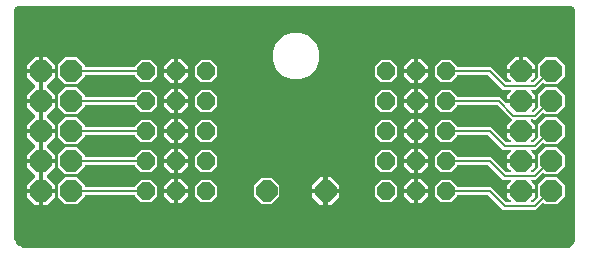
<source format=gtl>
G04 EAGLE Gerber X2 export*
%TF.Part,Single*%
%TF.FileFunction,Other,Top Copper*%
%TF.FilePolarity,Positive*%
%TF.GenerationSoftware,Autodesk,EAGLE,8.7.1*%
%TF.CreationDate,2018-03-29T20:09:45Z*%
G75*
%MOMM*%
%FSLAX34Y34*%
%LPD*%
%AMOC8*
5,1,8,0,0,1.08239X$1,22.5*%
G01*
%ADD10P,1.649562X8X22.500000*%
%ADD11P,1.649562X8X202.500000*%
%ADD12P,1.938236X8X112.500000*%
%ADD13P,2.034460X8X112.500000*%
%ADD14C,0.203200*%

G36*
X469956Y2549D02*
X469956Y2549D01*
X470000Y2546D01*
X471276Y2671D01*
X471552Y2739D01*
X471559Y2742D01*
X471565Y2744D01*
X473924Y3721D01*
X473951Y3737D01*
X473980Y3746D01*
X474044Y3792D01*
X474169Y3865D01*
X474213Y3912D01*
X474254Y3941D01*
X476059Y5746D01*
X476078Y5771D01*
X476101Y5791D01*
X476143Y5858D01*
X476230Y5974D01*
X476253Y6034D01*
X476279Y6076D01*
X477256Y8435D01*
X477327Y8710D01*
X477327Y8718D01*
X477329Y8724D01*
X477454Y10000D01*
X477452Y10057D01*
X477459Y10100D01*
X477459Y203200D01*
X477449Y203276D01*
X477451Y203333D01*
X477340Y204172D01*
X477332Y204202D01*
X477330Y204233D01*
X477303Y204306D01*
X477264Y204446D01*
X477230Y204501D01*
X477213Y204547D01*
X476373Y206001D01*
X476313Y206078D01*
X476260Y206159D01*
X476229Y206185D01*
X476198Y206225D01*
X476058Y206326D01*
X476001Y206373D01*
X474547Y207213D01*
X474519Y207224D01*
X474493Y207242D01*
X474418Y207265D01*
X474284Y207319D01*
X474219Y207326D01*
X474172Y207340D01*
X473333Y207451D01*
X473256Y207450D01*
X473200Y207459D01*
X6800Y207459D01*
X6724Y207449D01*
X6668Y207451D01*
X5828Y207340D01*
X5798Y207332D01*
X5767Y207330D01*
X5694Y207303D01*
X5554Y207264D01*
X5499Y207230D01*
X5453Y207213D01*
X3999Y206373D01*
X3922Y206313D01*
X3841Y206260D01*
X3815Y206229D01*
X3775Y206198D01*
X3674Y206058D01*
X3627Y206001D01*
X2787Y204547D01*
X2776Y204519D01*
X2758Y204493D01*
X2735Y204418D01*
X2681Y204284D01*
X2674Y204219D01*
X2660Y204172D01*
X2549Y203333D01*
X2550Y203256D01*
X2541Y203200D01*
X2541Y12700D01*
X2549Y12644D01*
X2546Y12600D01*
X2721Y10817D01*
X2789Y10540D01*
X2792Y10534D01*
X2794Y10528D01*
X4159Y7231D01*
X4175Y7205D01*
X4184Y7175D01*
X4230Y7111D01*
X4304Y6987D01*
X4307Y6983D01*
X4308Y6981D01*
X4352Y6941D01*
X4379Y6902D01*
X6902Y4379D01*
X6927Y4361D01*
X6947Y4337D01*
X7014Y4295D01*
X7129Y4208D01*
X7189Y4185D01*
X7231Y4159D01*
X10528Y2794D01*
X10803Y2723D01*
X10810Y2723D01*
X10817Y2721D01*
X12600Y2546D01*
X12657Y2548D01*
X12700Y2541D01*
X469900Y2541D01*
X469956Y2549D01*
G37*
%LPC*%
G36*
X416567Y35051D02*
X416567Y35051D01*
X404165Y47454D01*
X404095Y47506D01*
X404031Y47566D01*
X403981Y47592D01*
X403937Y47625D01*
X403856Y47656D01*
X403778Y47696D01*
X403730Y47704D01*
X403672Y47726D01*
X403524Y47738D01*
X403447Y47751D01*
X378968Y47751D01*
X378910Y47743D01*
X378852Y47745D01*
X378770Y47723D01*
X378686Y47711D01*
X378633Y47688D01*
X378577Y47673D01*
X378504Y47630D01*
X378427Y47595D01*
X378382Y47557D01*
X378332Y47528D01*
X378274Y47466D01*
X378210Y47412D01*
X378178Y47363D01*
X378138Y47320D01*
X378099Y47245D01*
X378052Y47175D01*
X378035Y47119D01*
X378008Y47067D01*
X377997Y46999D01*
X377967Y46904D01*
X377964Y46813D01*
X372298Y41147D01*
X364302Y41147D01*
X358647Y46802D01*
X358647Y54798D01*
X364302Y60453D01*
X372298Y60453D01*
X377961Y54791D01*
X377959Y54748D01*
X377981Y54666D01*
X377993Y54582D01*
X378016Y54529D01*
X378031Y54473D01*
X378074Y54400D01*
X378109Y54323D01*
X378147Y54278D01*
X378176Y54228D01*
X378238Y54170D01*
X378292Y54106D01*
X378341Y54074D01*
X378384Y54034D01*
X378459Y53995D01*
X378529Y53948D01*
X378585Y53931D01*
X378637Y53904D01*
X378705Y53893D01*
X378800Y53863D01*
X378900Y53860D01*
X378968Y53849D01*
X406393Y53849D01*
X418795Y41446D01*
X418865Y41394D01*
X418929Y41334D01*
X418979Y41308D01*
X419023Y41275D01*
X419104Y41244D01*
X419182Y41204D01*
X419230Y41196D01*
X419288Y41174D01*
X419436Y41162D01*
X419513Y41149D01*
X422116Y41149D01*
X422145Y41153D01*
X422175Y41150D01*
X422286Y41173D01*
X422398Y41189D01*
X422425Y41201D01*
X422453Y41206D01*
X422554Y41259D01*
X422657Y41305D01*
X422680Y41324D01*
X422706Y41337D01*
X422788Y41415D01*
X422874Y41488D01*
X422891Y41513D01*
X422912Y41533D01*
X422969Y41631D01*
X423032Y41725D01*
X423041Y41753D01*
X423056Y41778D01*
X423083Y41888D01*
X423118Y41996D01*
X423118Y42026D01*
X423126Y42054D01*
X423122Y42167D01*
X423125Y42280D01*
X423118Y42309D01*
X423117Y42338D01*
X423082Y42446D01*
X423053Y42555D01*
X423038Y42581D01*
X423029Y42609D01*
X422984Y42672D01*
X422908Y42800D01*
X422862Y42843D01*
X422834Y42882D01*
X419861Y45855D01*
X419861Y48769D01*
X430784Y48769D01*
X430842Y48777D01*
X430900Y48775D01*
X430982Y48797D01*
X431065Y48809D01*
X431119Y48833D01*
X431175Y48847D01*
X431248Y48890D01*
X431325Y48925D01*
X431369Y48963D01*
X431420Y48993D01*
X431477Y49054D01*
X431542Y49109D01*
X431574Y49157D01*
X431614Y49200D01*
X431653Y49275D01*
X431699Y49345D01*
X431717Y49401D01*
X431744Y49453D01*
X431755Y49521D01*
X431785Y49616D01*
X431788Y49716D01*
X431799Y49784D01*
X431799Y51816D01*
X431791Y51874D01*
X431792Y51932D01*
X431771Y52014D01*
X431759Y52097D01*
X431735Y52151D01*
X431721Y52207D01*
X431678Y52280D01*
X431643Y52357D01*
X431605Y52402D01*
X431575Y52452D01*
X431514Y52510D01*
X431459Y52574D01*
X431411Y52606D01*
X431368Y52646D01*
X431293Y52685D01*
X431223Y52731D01*
X431167Y52749D01*
X431115Y52776D01*
X431047Y52787D01*
X430952Y52817D01*
X430852Y52820D01*
X430784Y52831D01*
X419861Y52831D01*
X419861Y55745D01*
X422834Y58718D01*
X422852Y58742D01*
X422874Y58761D01*
X422937Y58855D01*
X423005Y58945D01*
X423016Y58973D01*
X423032Y58997D01*
X423066Y59105D01*
X423106Y59211D01*
X423109Y59240D01*
X423118Y59268D01*
X423121Y59382D01*
X423130Y59494D01*
X423124Y59523D01*
X423125Y59552D01*
X423096Y59662D01*
X423074Y59773D01*
X423061Y59799D01*
X423053Y59827D01*
X422995Y59925D01*
X422943Y60025D01*
X422923Y60047D01*
X422908Y60072D01*
X422825Y60149D01*
X422747Y60231D01*
X422722Y60246D01*
X422701Y60266D01*
X422600Y60318D01*
X422502Y60375D01*
X422474Y60382D01*
X422447Y60396D01*
X422370Y60409D01*
X422226Y60445D01*
X422164Y60443D01*
X422116Y60451D01*
X416567Y60451D01*
X404165Y72854D01*
X404095Y72906D01*
X404031Y72966D01*
X403981Y72992D01*
X403937Y73025D01*
X403856Y73056D01*
X403778Y73096D01*
X403730Y73104D01*
X403672Y73126D01*
X403524Y73138D01*
X403447Y73151D01*
X378968Y73151D01*
X378910Y73143D01*
X378852Y73145D01*
X378770Y73123D01*
X378686Y73111D01*
X378633Y73088D01*
X378577Y73073D01*
X378504Y73030D01*
X378427Y72995D01*
X378382Y72957D01*
X378332Y72928D01*
X378274Y72866D01*
X378210Y72812D01*
X378178Y72763D01*
X378138Y72720D01*
X378099Y72645D01*
X378052Y72575D01*
X378035Y72519D01*
X378008Y72467D01*
X377997Y72399D01*
X377967Y72304D01*
X377964Y72213D01*
X372298Y66547D01*
X364302Y66547D01*
X358647Y72202D01*
X358647Y80198D01*
X364302Y85853D01*
X372298Y85853D01*
X377961Y80191D01*
X377959Y80148D01*
X377981Y80066D01*
X377993Y79982D01*
X378016Y79929D01*
X378031Y79873D01*
X378074Y79800D01*
X378109Y79723D01*
X378147Y79678D01*
X378176Y79628D01*
X378238Y79570D01*
X378292Y79506D01*
X378341Y79474D01*
X378384Y79434D01*
X378459Y79395D01*
X378529Y79348D01*
X378585Y79331D01*
X378637Y79304D01*
X378705Y79293D01*
X378800Y79263D01*
X378900Y79260D01*
X378968Y79249D01*
X406393Y79249D01*
X418795Y66846D01*
X418865Y66794D01*
X418929Y66734D01*
X418979Y66708D01*
X419023Y66675D01*
X419104Y66644D01*
X419182Y66604D01*
X419230Y66596D01*
X419288Y66574D01*
X419436Y66562D01*
X419513Y66549D01*
X422116Y66549D01*
X422145Y66553D01*
X422175Y66550D01*
X422286Y66573D01*
X422398Y66589D01*
X422425Y66601D01*
X422453Y66606D01*
X422554Y66659D01*
X422657Y66705D01*
X422680Y66724D01*
X422706Y66737D01*
X422788Y66815D01*
X422874Y66888D01*
X422891Y66913D01*
X422912Y66933D01*
X422969Y67031D01*
X423032Y67125D01*
X423041Y67153D01*
X423056Y67178D01*
X423083Y67288D01*
X423118Y67396D01*
X423118Y67426D01*
X423126Y67454D01*
X423122Y67567D01*
X423125Y67680D01*
X423118Y67709D01*
X423117Y67738D01*
X423082Y67846D01*
X423053Y67955D01*
X423038Y67981D01*
X423029Y68009D01*
X422984Y68072D01*
X422908Y68200D01*
X422862Y68243D01*
X422834Y68282D01*
X419861Y71255D01*
X419861Y74169D01*
X430784Y74169D01*
X430842Y74177D01*
X430900Y74175D01*
X430982Y74197D01*
X431065Y74209D01*
X431119Y74233D01*
X431175Y74247D01*
X431248Y74290D01*
X431325Y74325D01*
X431369Y74363D01*
X431420Y74393D01*
X431477Y74454D01*
X431542Y74509D01*
X431574Y74557D01*
X431614Y74600D01*
X431653Y74675D01*
X431699Y74745D01*
X431717Y74801D01*
X431744Y74853D01*
X431755Y74921D01*
X431785Y75016D01*
X431788Y75116D01*
X431799Y75184D01*
X431799Y77216D01*
X431791Y77274D01*
X431792Y77332D01*
X431771Y77414D01*
X431759Y77497D01*
X431735Y77551D01*
X431721Y77607D01*
X431678Y77680D01*
X431643Y77757D01*
X431605Y77802D01*
X431575Y77852D01*
X431514Y77910D01*
X431459Y77974D01*
X431411Y78006D01*
X431368Y78046D01*
X431293Y78085D01*
X431223Y78131D01*
X431167Y78149D01*
X431115Y78176D01*
X431047Y78187D01*
X430952Y78217D01*
X430852Y78220D01*
X430784Y78231D01*
X419861Y78231D01*
X419861Y81145D01*
X422834Y84118D01*
X422852Y84142D01*
X422874Y84161D01*
X422937Y84255D01*
X423005Y84345D01*
X423016Y84373D01*
X423032Y84397D01*
X423066Y84505D01*
X423106Y84611D01*
X423109Y84640D01*
X423118Y84668D01*
X423121Y84782D01*
X423130Y84894D01*
X423124Y84923D01*
X423125Y84952D01*
X423096Y85062D01*
X423074Y85173D01*
X423061Y85199D01*
X423053Y85227D01*
X422995Y85325D01*
X422943Y85425D01*
X422923Y85447D01*
X422908Y85472D01*
X422825Y85549D01*
X422747Y85631D01*
X422722Y85646D01*
X422701Y85666D01*
X422600Y85718D01*
X422502Y85775D01*
X422474Y85782D01*
X422447Y85796D01*
X422370Y85809D01*
X422226Y85845D01*
X422164Y85843D01*
X422116Y85851D01*
X416567Y85851D01*
X404165Y98254D01*
X404095Y98306D01*
X404031Y98366D01*
X403981Y98392D01*
X403937Y98425D01*
X403856Y98456D01*
X403778Y98496D01*
X403730Y98504D01*
X403672Y98526D01*
X403524Y98538D01*
X403447Y98551D01*
X378968Y98551D01*
X378910Y98543D01*
X378852Y98545D01*
X378770Y98523D01*
X378686Y98511D01*
X378633Y98488D01*
X378577Y98473D01*
X378504Y98430D01*
X378427Y98395D01*
X378382Y98357D01*
X378332Y98328D01*
X378274Y98266D01*
X378210Y98212D01*
X378178Y98163D01*
X378138Y98120D01*
X378099Y98045D01*
X378052Y97975D01*
X378035Y97919D01*
X378008Y97867D01*
X377997Y97799D01*
X377967Y97704D01*
X377964Y97613D01*
X372298Y91947D01*
X364302Y91947D01*
X358647Y97602D01*
X358647Y105598D01*
X364302Y111253D01*
X372298Y111253D01*
X377961Y105591D01*
X377959Y105548D01*
X377981Y105466D01*
X377993Y105382D01*
X378016Y105329D01*
X378031Y105273D01*
X378074Y105200D01*
X378109Y105123D01*
X378147Y105078D01*
X378176Y105028D01*
X378238Y104970D01*
X378292Y104906D01*
X378341Y104874D01*
X378384Y104834D01*
X378459Y104795D01*
X378529Y104748D01*
X378585Y104731D01*
X378637Y104704D01*
X378705Y104693D01*
X378800Y104663D01*
X378900Y104660D01*
X378968Y104649D01*
X406393Y104649D01*
X418795Y92246D01*
X418865Y92194D01*
X418929Y92134D01*
X418979Y92108D01*
X419023Y92075D01*
X419104Y92044D01*
X419182Y92004D01*
X419230Y91996D01*
X419288Y91974D01*
X419436Y91962D01*
X419513Y91949D01*
X422116Y91949D01*
X422145Y91953D01*
X422175Y91950D01*
X422286Y91973D01*
X422398Y91989D01*
X422425Y92001D01*
X422453Y92006D01*
X422554Y92059D01*
X422657Y92105D01*
X422680Y92124D01*
X422706Y92137D01*
X422788Y92215D01*
X422874Y92288D01*
X422891Y92313D01*
X422912Y92333D01*
X422969Y92431D01*
X423032Y92525D01*
X423041Y92553D01*
X423056Y92578D01*
X423083Y92688D01*
X423118Y92796D01*
X423118Y92826D01*
X423126Y92854D01*
X423122Y92967D01*
X423125Y93080D01*
X423118Y93109D01*
X423117Y93138D01*
X423082Y93246D01*
X423053Y93355D01*
X423038Y93381D01*
X423029Y93409D01*
X422984Y93472D01*
X422908Y93600D01*
X422862Y93643D01*
X422834Y93682D01*
X419861Y96655D01*
X419861Y99569D01*
X430784Y99569D01*
X430842Y99577D01*
X430900Y99575D01*
X430982Y99597D01*
X431065Y99609D01*
X431119Y99633D01*
X431175Y99647D01*
X431248Y99690D01*
X431325Y99725D01*
X431369Y99763D01*
X431420Y99793D01*
X431477Y99854D01*
X431542Y99909D01*
X431574Y99957D01*
X431614Y100000D01*
X431653Y100075D01*
X431699Y100145D01*
X431717Y100201D01*
X431744Y100253D01*
X431755Y100321D01*
X431785Y100416D01*
X431788Y100516D01*
X431799Y100584D01*
X431799Y102616D01*
X431791Y102674D01*
X431792Y102732D01*
X431771Y102814D01*
X431759Y102897D01*
X431735Y102951D01*
X431721Y103007D01*
X431678Y103080D01*
X431643Y103157D01*
X431605Y103202D01*
X431575Y103252D01*
X431514Y103310D01*
X431459Y103374D01*
X431411Y103406D01*
X431368Y103446D01*
X431293Y103485D01*
X431223Y103531D01*
X431167Y103549D01*
X431115Y103576D01*
X431047Y103587D01*
X430952Y103617D01*
X430852Y103620D01*
X430784Y103631D01*
X419861Y103631D01*
X419861Y106545D01*
X423749Y110433D01*
X423784Y110479D01*
X423826Y110520D01*
X423869Y110592D01*
X423920Y110660D01*
X423940Y110714D01*
X423970Y110765D01*
X423991Y110847D01*
X424021Y110925D01*
X424026Y110984D01*
X424040Y111040D01*
X424037Y111125D01*
X424044Y111209D01*
X424033Y111266D01*
X424031Y111325D01*
X424005Y111405D01*
X423989Y111488D01*
X423962Y111539D01*
X423944Y111595D01*
X423904Y111651D01*
X423858Y111740D01*
X423813Y111786D01*
X423800Y111808D01*
X423774Y111833D01*
X423749Y111868D01*
X411963Y123654D01*
X411893Y123706D01*
X411830Y123766D01*
X411780Y123792D01*
X411736Y123825D01*
X411654Y123856D01*
X411576Y123896D01*
X411529Y123904D01*
X411470Y123926D01*
X411323Y123938D01*
X411245Y123951D01*
X378968Y123951D01*
X378910Y123943D01*
X378852Y123945D01*
X378770Y123923D01*
X378686Y123911D01*
X378633Y123888D01*
X378577Y123873D01*
X378504Y123830D01*
X378427Y123795D01*
X378382Y123757D01*
X378332Y123728D01*
X378274Y123666D01*
X378210Y123612D01*
X378178Y123563D01*
X378138Y123520D01*
X378099Y123445D01*
X378052Y123375D01*
X378035Y123319D01*
X378008Y123267D01*
X377997Y123199D01*
X377967Y123104D01*
X377964Y123013D01*
X372298Y117347D01*
X364302Y117347D01*
X358647Y123002D01*
X358647Y130998D01*
X364302Y136653D01*
X372298Y136653D01*
X377961Y130991D01*
X377959Y130948D01*
X377981Y130866D01*
X377993Y130782D01*
X378016Y130729D01*
X378031Y130673D01*
X378074Y130600D01*
X378109Y130523D01*
X378147Y130478D01*
X378176Y130428D01*
X378238Y130370D01*
X378292Y130306D01*
X378341Y130274D01*
X378384Y130234D01*
X378459Y130195D01*
X378529Y130148D01*
X378585Y130131D01*
X378637Y130104D01*
X378705Y130093D01*
X378800Y130063D01*
X378900Y130060D01*
X378968Y130049D01*
X414192Y130049D01*
X418974Y125266D01*
X419044Y125214D01*
X419108Y125154D01*
X419157Y125128D01*
X419201Y125095D01*
X419283Y125064D01*
X419361Y125024D01*
X419409Y125016D01*
X419467Y124994D01*
X419615Y124982D01*
X419692Y124969D01*
X430784Y124969D01*
X430842Y124977D01*
X430900Y124975D01*
X430982Y124997D01*
X431065Y125009D01*
X431119Y125033D01*
X431175Y125047D01*
X431248Y125090D01*
X431325Y125125D01*
X431369Y125163D01*
X431420Y125193D01*
X431477Y125254D01*
X431542Y125309D01*
X431574Y125357D01*
X431614Y125400D01*
X431653Y125475D01*
X431699Y125545D01*
X431717Y125601D01*
X431744Y125653D01*
X431755Y125721D01*
X431785Y125816D01*
X431788Y125916D01*
X431799Y125984D01*
X431799Y128016D01*
X431791Y128074D01*
X431792Y128132D01*
X431771Y128214D01*
X431759Y128297D01*
X431735Y128351D01*
X431721Y128407D01*
X431678Y128480D01*
X431643Y128557D01*
X431605Y128602D01*
X431575Y128652D01*
X431514Y128710D01*
X431459Y128774D01*
X431411Y128806D01*
X431368Y128846D01*
X431293Y128885D01*
X431223Y128931D01*
X431167Y128949D01*
X431115Y128976D01*
X431047Y128987D01*
X430952Y129017D01*
X430852Y129020D01*
X430784Y129031D01*
X419861Y129031D01*
X419861Y131945D01*
X422834Y134918D01*
X422852Y134942D01*
X422874Y134961D01*
X422937Y135055D01*
X423005Y135145D01*
X423016Y135173D01*
X423032Y135197D01*
X423066Y135305D01*
X423106Y135411D01*
X423109Y135440D01*
X423118Y135468D01*
X423121Y135582D01*
X423130Y135694D01*
X423124Y135723D01*
X423125Y135752D01*
X423096Y135862D01*
X423074Y135973D01*
X423061Y135999D01*
X423053Y136027D01*
X422995Y136125D01*
X422943Y136225D01*
X422923Y136247D01*
X422908Y136272D01*
X422825Y136349D01*
X422747Y136431D01*
X422722Y136446D01*
X422701Y136466D01*
X422600Y136518D01*
X422502Y136575D01*
X422474Y136582D01*
X422447Y136596D01*
X422370Y136609D01*
X422226Y136645D01*
X422164Y136643D01*
X422116Y136651D01*
X416567Y136651D01*
X404165Y149054D01*
X404095Y149106D01*
X404031Y149166D01*
X403981Y149192D01*
X403937Y149225D01*
X403856Y149256D01*
X403778Y149296D01*
X403730Y149304D01*
X403672Y149326D01*
X403524Y149338D01*
X403447Y149351D01*
X378968Y149351D01*
X378910Y149343D01*
X378852Y149345D01*
X378770Y149323D01*
X378686Y149311D01*
X378633Y149288D01*
X378577Y149273D01*
X378504Y149230D01*
X378427Y149195D01*
X378382Y149157D01*
X378332Y149128D01*
X378274Y149066D01*
X378210Y149012D01*
X378178Y148963D01*
X378138Y148920D01*
X378099Y148845D01*
X378052Y148775D01*
X378035Y148719D01*
X378008Y148667D01*
X377997Y148599D01*
X377967Y148504D01*
X377964Y148413D01*
X372298Y142747D01*
X364302Y142747D01*
X358647Y148402D01*
X358647Y156398D01*
X364302Y162053D01*
X372298Y162053D01*
X377961Y156391D01*
X377959Y156348D01*
X377981Y156266D01*
X377993Y156182D01*
X378016Y156129D01*
X378031Y156073D01*
X378074Y156000D01*
X378109Y155923D01*
X378147Y155878D01*
X378176Y155828D01*
X378238Y155770D01*
X378292Y155706D01*
X378341Y155674D01*
X378384Y155634D01*
X378459Y155595D01*
X378529Y155548D01*
X378585Y155531D01*
X378637Y155504D01*
X378705Y155493D01*
X378800Y155463D01*
X378900Y155460D01*
X378968Y155449D01*
X406393Y155449D01*
X418795Y143046D01*
X418865Y142994D01*
X418929Y142934D01*
X418979Y142908D01*
X419023Y142875D01*
X419104Y142844D01*
X419182Y142804D01*
X419230Y142796D01*
X419288Y142774D01*
X419436Y142762D01*
X419513Y142749D01*
X422116Y142749D01*
X422145Y142753D01*
X422175Y142750D01*
X422286Y142773D01*
X422398Y142789D01*
X422425Y142801D01*
X422453Y142806D01*
X422554Y142859D01*
X422657Y142905D01*
X422680Y142924D01*
X422706Y142937D01*
X422788Y143015D01*
X422874Y143088D01*
X422891Y143113D01*
X422912Y143133D01*
X422969Y143231D01*
X423032Y143325D01*
X423041Y143353D01*
X423056Y143378D01*
X423083Y143488D01*
X423118Y143596D01*
X423118Y143626D01*
X423126Y143654D01*
X423122Y143767D01*
X423125Y143880D01*
X423118Y143909D01*
X423117Y143938D01*
X423082Y144046D01*
X423053Y144155D01*
X423038Y144181D01*
X423029Y144209D01*
X422984Y144272D01*
X422908Y144400D01*
X422862Y144443D01*
X422834Y144482D01*
X419861Y147455D01*
X419861Y150369D01*
X430784Y150369D01*
X430842Y150377D01*
X430900Y150375D01*
X430982Y150397D01*
X431065Y150409D01*
X431119Y150433D01*
X431175Y150447D01*
X431248Y150490D01*
X431325Y150525D01*
X431369Y150563D01*
X431420Y150593D01*
X431477Y150654D01*
X431542Y150709D01*
X431574Y150757D01*
X431614Y150800D01*
X431653Y150875D01*
X431699Y150945D01*
X431717Y151001D01*
X431744Y151053D01*
X431755Y151121D01*
X431785Y151216D01*
X431788Y151316D01*
X431799Y151384D01*
X431799Y152401D01*
X431801Y152401D01*
X431801Y151384D01*
X431809Y151326D01*
X431808Y151268D01*
X431829Y151186D01*
X431841Y151103D01*
X431865Y151049D01*
X431879Y150993D01*
X431922Y150920D01*
X431957Y150843D01*
X431995Y150798D01*
X432025Y150748D01*
X432086Y150690D01*
X432141Y150626D01*
X432189Y150594D01*
X432232Y150554D01*
X432307Y150515D01*
X432377Y150469D01*
X432433Y150451D01*
X432485Y150424D01*
X432553Y150413D01*
X432648Y150383D01*
X432748Y150380D01*
X432816Y150369D01*
X443739Y150369D01*
X443739Y147455D01*
X440766Y144482D01*
X440748Y144458D01*
X440726Y144439D01*
X440663Y144345D01*
X440595Y144255D01*
X440584Y144227D01*
X440568Y144203D01*
X440534Y144095D01*
X440494Y143989D01*
X440491Y143960D01*
X440482Y143932D01*
X440479Y143818D01*
X440470Y143706D01*
X440476Y143677D01*
X440475Y143648D01*
X440504Y143538D01*
X440526Y143427D01*
X440539Y143401D01*
X440547Y143373D01*
X440605Y143275D01*
X440657Y143175D01*
X440677Y143153D01*
X440692Y143128D01*
X440775Y143051D01*
X440853Y142969D01*
X440878Y142954D01*
X440899Y142934D01*
X441000Y142882D01*
X441098Y142825D01*
X441126Y142818D01*
X441153Y142804D01*
X441230Y142791D01*
X441374Y142755D01*
X441430Y142757D01*
X441437Y142755D01*
X441446Y142755D01*
X441484Y142749D01*
X441547Y142749D01*
X441633Y142761D01*
X441721Y142764D01*
X441773Y142781D01*
X441828Y142789D01*
X441908Y142824D01*
X441991Y142851D01*
X442030Y142879D01*
X442088Y142905D01*
X442201Y143001D01*
X442265Y143046D01*
X445609Y146390D01*
X445644Y146437D01*
X445686Y146477D01*
X445729Y146550D01*
X445779Y146617D01*
X445800Y146672D01*
X445830Y146722D01*
X445851Y146804D01*
X445881Y146883D01*
X445886Y146941D01*
X445900Y146998D01*
X445897Y147082D01*
X445904Y147166D01*
X445893Y147224D01*
X445891Y147282D01*
X445865Y147362D01*
X445848Y147445D01*
X445821Y147497D01*
X445803Y147553D01*
X445769Y147601D01*
X445769Y157135D01*
X452465Y163831D01*
X461935Y163831D01*
X468631Y157135D01*
X468631Y147665D01*
X461935Y140969D01*
X452465Y140969D01*
X451356Y142079D01*
X451309Y142114D01*
X451269Y142156D01*
X451196Y142199D01*
X451129Y142249D01*
X451074Y142270D01*
X451024Y142300D01*
X450942Y142321D01*
X450863Y142351D01*
X450805Y142356D01*
X450748Y142370D01*
X450664Y142367D01*
X450580Y142374D01*
X450522Y142363D01*
X450464Y142361D01*
X450384Y142335D01*
X450301Y142318D01*
X450249Y142291D01*
X450193Y142273D01*
X450137Y142233D01*
X450049Y142187D01*
X449976Y142119D01*
X449920Y142079D01*
X444493Y136651D01*
X441484Y136651D01*
X441455Y136647D01*
X441425Y136650D01*
X441314Y136627D01*
X441202Y136611D01*
X441175Y136599D01*
X441147Y136594D01*
X441046Y136541D01*
X440943Y136495D01*
X440920Y136476D01*
X440894Y136463D01*
X440812Y136385D01*
X440726Y136312D01*
X440709Y136287D01*
X440688Y136267D01*
X440631Y136169D01*
X440568Y136075D01*
X440559Y136047D01*
X440544Y136022D01*
X440517Y135912D01*
X440482Y135804D01*
X440482Y135774D01*
X440474Y135746D01*
X440478Y135633D01*
X440475Y135520D01*
X440482Y135491D01*
X440483Y135462D01*
X440518Y135354D01*
X440547Y135245D01*
X440562Y135219D01*
X440571Y135191D01*
X440616Y135128D01*
X440692Y135000D01*
X440738Y134957D01*
X440766Y134918D01*
X443739Y131945D01*
X443739Y129031D01*
X432816Y129031D01*
X432758Y129023D01*
X432700Y129025D01*
X432618Y129003D01*
X432535Y128991D01*
X432481Y128967D01*
X432425Y128953D01*
X432352Y128910D01*
X432275Y128875D01*
X432231Y128837D01*
X432180Y128807D01*
X432123Y128746D01*
X432058Y128691D01*
X432026Y128643D01*
X431986Y128600D01*
X431947Y128525D01*
X431901Y128455D01*
X431883Y128399D01*
X431856Y128347D01*
X431845Y128279D01*
X431815Y128184D01*
X431812Y128084D01*
X431801Y128016D01*
X431801Y125984D01*
X431809Y125926D01*
X431808Y125868D01*
X431829Y125786D01*
X431841Y125703D01*
X431865Y125649D01*
X431879Y125593D01*
X431922Y125520D01*
X431957Y125443D01*
X431995Y125398D01*
X432025Y125348D01*
X432086Y125290D01*
X432141Y125226D01*
X432189Y125194D01*
X432232Y125154D01*
X432307Y125115D01*
X432377Y125069D01*
X432433Y125051D01*
X432485Y125024D01*
X432553Y125013D01*
X432648Y124983D01*
X432748Y124980D01*
X432816Y124969D01*
X443739Y124969D01*
X443739Y122055D01*
X441020Y119336D01*
X441002Y119312D01*
X440980Y119293D01*
X440917Y119199D01*
X440849Y119109D01*
X440838Y119081D01*
X440822Y119057D01*
X440788Y118949D01*
X440748Y118843D01*
X440745Y118814D01*
X440736Y118786D01*
X440733Y118672D01*
X440724Y118560D01*
X440730Y118531D01*
X440729Y118502D01*
X440758Y118392D01*
X440780Y118281D01*
X440793Y118255D01*
X440801Y118227D01*
X440859Y118129D01*
X440911Y118029D01*
X440931Y118007D01*
X440946Y117982D01*
X441029Y117905D01*
X441107Y117823D01*
X441132Y117808D01*
X441153Y117788D01*
X441254Y117736D01*
X441352Y117679D01*
X441380Y117672D01*
X441407Y117658D01*
X441484Y117645D01*
X441628Y117609D01*
X441684Y117611D01*
X441691Y117609D01*
X441700Y117609D01*
X441738Y117603D01*
X441801Y117603D01*
X441887Y117615D01*
X441975Y117618D01*
X442027Y117635D01*
X442082Y117643D01*
X442162Y117678D01*
X442245Y117705D01*
X442284Y117733D01*
X442342Y117759D01*
X442455Y117855D01*
X442519Y117900D01*
X445609Y120990D01*
X445644Y121037D01*
X445686Y121077D01*
X445729Y121150D01*
X445779Y121217D01*
X445800Y121272D01*
X445830Y121323D01*
X445851Y121404D01*
X445881Y121483D01*
X445886Y121541D01*
X445900Y121598D01*
X445897Y121682D01*
X445904Y121766D01*
X445893Y121824D01*
X445891Y121882D01*
X445865Y121962D01*
X445848Y122045D01*
X445821Y122097D01*
X445803Y122153D01*
X445769Y122201D01*
X445769Y131735D01*
X452465Y138431D01*
X461935Y138431D01*
X468631Y131735D01*
X468631Y122265D01*
X461935Y115569D01*
X452465Y115569D01*
X451356Y116679D01*
X451309Y116714D01*
X451269Y116756D01*
X451196Y116799D01*
X451129Y116849D01*
X451074Y116870D01*
X451024Y116900D01*
X450942Y116921D01*
X450863Y116951D01*
X450805Y116956D01*
X450748Y116970D01*
X450664Y116967D01*
X450580Y116974D01*
X450523Y116963D01*
X450464Y116961D01*
X450384Y116935D01*
X450301Y116918D01*
X450249Y116891D01*
X450194Y116873D01*
X450137Y116833D01*
X450049Y116787D01*
X449976Y116719D01*
X449920Y116679D01*
X444493Y111251D01*
X441953Y111251D01*
X441941Y111260D01*
X441877Y111320D01*
X441827Y111346D01*
X441783Y111379D01*
X441702Y111410D01*
X441624Y111450D01*
X441576Y111458D01*
X441518Y111480D01*
X441370Y111492D01*
X441293Y111505D01*
X441230Y111505D01*
X441201Y111501D01*
X441171Y111504D01*
X441060Y111481D01*
X440948Y111465D01*
X440921Y111453D01*
X440893Y111448D01*
X440792Y111396D01*
X440689Y111349D01*
X440666Y111330D01*
X440640Y111317D01*
X440558Y111239D01*
X440472Y111166D01*
X440455Y111141D01*
X440434Y111121D01*
X440377Y111023D01*
X440314Y110929D01*
X440305Y110901D01*
X440290Y110876D01*
X440263Y110766D01*
X440228Y110658D01*
X440228Y110628D01*
X440220Y110600D01*
X440224Y110487D01*
X440221Y110374D01*
X440228Y110345D01*
X440229Y110316D01*
X440264Y110208D01*
X440293Y110099D01*
X440308Y110073D01*
X440317Y110045D01*
X440362Y109982D01*
X440438Y109854D01*
X440484Y109811D01*
X440512Y109772D01*
X443739Y106545D01*
X443739Y103631D01*
X432816Y103631D01*
X432758Y103623D01*
X432700Y103625D01*
X432618Y103603D01*
X432535Y103591D01*
X432481Y103567D01*
X432425Y103553D01*
X432352Y103510D01*
X432275Y103475D01*
X432231Y103437D01*
X432180Y103407D01*
X432123Y103346D01*
X432058Y103291D01*
X432026Y103243D01*
X431986Y103200D01*
X431947Y103125D01*
X431901Y103055D01*
X431883Y102999D01*
X431856Y102947D01*
X431845Y102879D01*
X431815Y102784D01*
X431812Y102684D01*
X431801Y102616D01*
X431801Y100584D01*
X431809Y100526D01*
X431808Y100468D01*
X431829Y100386D01*
X431841Y100303D01*
X431865Y100249D01*
X431879Y100193D01*
X431922Y100120D01*
X431957Y100043D01*
X431995Y99998D01*
X432025Y99948D01*
X432086Y99890D01*
X432141Y99826D01*
X432189Y99794D01*
X432232Y99754D01*
X432307Y99715D01*
X432377Y99669D01*
X432433Y99651D01*
X432485Y99624D01*
X432553Y99613D01*
X432648Y99583D01*
X432748Y99580D01*
X432816Y99569D01*
X443739Y99569D01*
X443739Y96655D01*
X440766Y93682D01*
X440748Y93658D01*
X440726Y93639D01*
X440663Y93545D01*
X440595Y93455D01*
X440584Y93427D01*
X440568Y93403D01*
X440534Y93295D01*
X440494Y93189D01*
X440491Y93160D01*
X440482Y93132D01*
X440479Y93018D01*
X440470Y92906D01*
X440476Y92877D01*
X440475Y92848D01*
X440504Y92738D01*
X440526Y92627D01*
X440539Y92601D01*
X440547Y92573D01*
X440605Y92475D01*
X440657Y92375D01*
X440677Y92353D01*
X440692Y92328D01*
X440775Y92251D01*
X440853Y92169D01*
X440878Y92154D01*
X440899Y92134D01*
X441000Y92082D01*
X441098Y92025D01*
X441126Y92018D01*
X441153Y92004D01*
X441230Y91991D01*
X441374Y91955D01*
X441430Y91957D01*
X441437Y91955D01*
X441446Y91955D01*
X441484Y91949D01*
X441547Y91949D01*
X441633Y91961D01*
X441721Y91964D01*
X441773Y91981D01*
X441828Y91989D01*
X441908Y92024D01*
X441991Y92051D01*
X442030Y92079D01*
X442088Y92105D01*
X442201Y92201D01*
X442265Y92246D01*
X445609Y95590D01*
X445644Y95637D01*
X445686Y95677D01*
X445729Y95750D01*
X445779Y95817D01*
X445800Y95872D01*
X445830Y95923D01*
X445851Y96004D01*
X445881Y96083D01*
X445886Y96141D01*
X445900Y96198D01*
X445897Y96282D01*
X445904Y96366D01*
X445893Y96424D01*
X445891Y96482D01*
X445865Y96562D01*
X445848Y96645D01*
X445821Y96697D01*
X445803Y96753D01*
X445769Y96801D01*
X445769Y106335D01*
X452465Y113031D01*
X461935Y113031D01*
X468631Y106335D01*
X468631Y96865D01*
X461935Y90169D01*
X452465Y90169D01*
X451356Y91279D01*
X451309Y91314D01*
X451269Y91356D01*
X451196Y91399D01*
X451129Y91449D01*
X451074Y91470D01*
X451024Y91500D01*
X450942Y91521D01*
X450863Y91551D01*
X450805Y91556D01*
X450748Y91570D01*
X450664Y91567D01*
X450580Y91574D01*
X450523Y91563D01*
X450464Y91561D01*
X450384Y91535D01*
X450301Y91518D01*
X450249Y91491D01*
X450194Y91473D01*
X450137Y91433D01*
X450049Y91387D01*
X449976Y91319D01*
X449920Y91279D01*
X444493Y85851D01*
X441484Y85851D01*
X441455Y85847D01*
X441425Y85850D01*
X441314Y85827D01*
X441202Y85811D01*
X441175Y85799D01*
X441147Y85794D01*
X441046Y85741D01*
X440943Y85695D01*
X440920Y85676D01*
X440894Y85663D01*
X440812Y85585D01*
X440726Y85512D01*
X440709Y85487D01*
X440688Y85467D01*
X440631Y85369D01*
X440568Y85275D01*
X440559Y85247D01*
X440544Y85222D01*
X440517Y85112D01*
X440482Y85004D01*
X440482Y84974D01*
X440474Y84946D01*
X440478Y84833D01*
X440475Y84720D01*
X440482Y84691D01*
X440483Y84662D01*
X440518Y84554D01*
X440547Y84445D01*
X440562Y84419D01*
X440571Y84391D01*
X440616Y84328D01*
X440692Y84200D01*
X440738Y84157D01*
X440766Y84118D01*
X443739Y81145D01*
X443739Y78231D01*
X432816Y78231D01*
X432758Y78223D01*
X432700Y78225D01*
X432618Y78203D01*
X432535Y78191D01*
X432481Y78167D01*
X432425Y78153D01*
X432352Y78110D01*
X432275Y78075D01*
X432231Y78037D01*
X432180Y78007D01*
X432123Y77946D01*
X432058Y77891D01*
X432026Y77843D01*
X431986Y77800D01*
X431947Y77725D01*
X431901Y77655D01*
X431883Y77599D01*
X431856Y77547D01*
X431845Y77479D01*
X431815Y77384D01*
X431812Y77284D01*
X431801Y77216D01*
X431801Y75184D01*
X431809Y75126D01*
X431808Y75068D01*
X431829Y74986D01*
X431841Y74903D01*
X431865Y74849D01*
X431879Y74793D01*
X431922Y74720D01*
X431957Y74643D01*
X431995Y74598D01*
X432025Y74548D01*
X432086Y74490D01*
X432141Y74426D01*
X432189Y74394D01*
X432232Y74354D01*
X432307Y74315D01*
X432377Y74269D01*
X432433Y74251D01*
X432485Y74224D01*
X432553Y74213D01*
X432648Y74183D01*
X432748Y74180D01*
X432816Y74169D01*
X443739Y74169D01*
X443739Y71255D01*
X440766Y68282D01*
X440748Y68258D01*
X440726Y68239D01*
X440663Y68145D01*
X440595Y68055D01*
X440584Y68027D01*
X440568Y68003D01*
X440534Y67895D01*
X440494Y67789D01*
X440491Y67760D01*
X440482Y67732D01*
X440479Y67618D01*
X440470Y67506D01*
X440476Y67477D01*
X440475Y67448D01*
X440504Y67338D01*
X440526Y67227D01*
X440539Y67201D01*
X440547Y67173D01*
X440605Y67075D01*
X440657Y66975D01*
X440677Y66953D01*
X440692Y66928D01*
X440775Y66851D01*
X440853Y66769D01*
X440878Y66754D01*
X440899Y66734D01*
X441000Y66682D01*
X441098Y66625D01*
X441126Y66618D01*
X441153Y66604D01*
X441230Y66591D01*
X441374Y66555D01*
X441430Y66557D01*
X441437Y66555D01*
X441446Y66555D01*
X441484Y66549D01*
X441547Y66549D01*
X441633Y66561D01*
X441721Y66564D01*
X441773Y66581D01*
X441828Y66589D01*
X441908Y66624D01*
X441991Y66651D01*
X442030Y66679D01*
X442088Y66705D01*
X442201Y66801D01*
X442265Y66846D01*
X445609Y70190D01*
X445644Y70237D01*
X445686Y70277D01*
X445729Y70350D01*
X445779Y70417D01*
X445800Y70472D01*
X445830Y70522D01*
X445851Y70604D01*
X445881Y70683D01*
X445886Y70741D01*
X445900Y70798D01*
X445897Y70882D01*
X445904Y70966D01*
X445893Y71024D01*
X445891Y71082D01*
X445865Y71162D01*
X445848Y71245D01*
X445821Y71297D01*
X445803Y71353D01*
X445769Y71401D01*
X445769Y80935D01*
X452465Y87631D01*
X461935Y87631D01*
X468631Y80935D01*
X468631Y71465D01*
X461935Y64769D01*
X452465Y64769D01*
X451356Y65879D01*
X451309Y65914D01*
X451269Y65956D01*
X451196Y65999D01*
X451129Y66049D01*
X451074Y66070D01*
X451024Y66100D01*
X450942Y66121D01*
X450863Y66151D01*
X450805Y66156D01*
X450748Y66170D01*
X450664Y66167D01*
X450580Y66174D01*
X450522Y66163D01*
X450464Y66161D01*
X450384Y66135D01*
X450301Y66118D01*
X450249Y66091D01*
X450193Y66073D01*
X450137Y66033D01*
X450049Y65987D01*
X449976Y65919D01*
X449920Y65879D01*
X444493Y60451D01*
X441484Y60451D01*
X441455Y60447D01*
X441425Y60450D01*
X441314Y60427D01*
X441202Y60411D01*
X441175Y60399D01*
X441147Y60394D01*
X441046Y60341D01*
X440943Y60295D01*
X440920Y60276D01*
X440894Y60263D01*
X440812Y60185D01*
X440726Y60112D01*
X440709Y60087D01*
X440688Y60067D01*
X440631Y59969D01*
X440568Y59875D01*
X440559Y59847D01*
X440544Y59822D01*
X440517Y59712D01*
X440482Y59604D01*
X440482Y59574D01*
X440474Y59546D01*
X440478Y59433D01*
X440475Y59320D01*
X440482Y59291D01*
X440483Y59262D01*
X440518Y59154D01*
X440547Y59045D01*
X440562Y59019D01*
X440571Y58991D01*
X440616Y58928D01*
X440692Y58800D01*
X440730Y58765D01*
X440733Y58759D01*
X440743Y58750D01*
X440766Y58718D01*
X443739Y55745D01*
X443739Y52831D01*
X432816Y52831D01*
X432758Y52823D01*
X432700Y52825D01*
X432618Y52803D01*
X432535Y52791D01*
X432481Y52767D01*
X432425Y52753D01*
X432352Y52710D01*
X432275Y52675D01*
X432231Y52637D01*
X432180Y52607D01*
X432123Y52546D01*
X432058Y52491D01*
X432026Y52443D01*
X431986Y52400D01*
X431947Y52325D01*
X431901Y52255D01*
X431883Y52199D01*
X431856Y52147D01*
X431845Y52079D01*
X431815Y51984D01*
X431812Y51884D01*
X431801Y51816D01*
X431801Y49784D01*
X431809Y49726D01*
X431808Y49668D01*
X431829Y49586D01*
X431841Y49503D01*
X431865Y49449D01*
X431879Y49393D01*
X431922Y49320D01*
X431957Y49243D01*
X431995Y49198D01*
X432025Y49148D01*
X432086Y49090D01*
X432141Y49026D01*
X432189Y48994D01*
X432232Y48954D01*
X432307Y48915D01*
X432377Y48869D01*
X432433Y48851D01*
X432485Y48824D01*
X432553Y48813D01*
X432648Y48783D01*
X432748Y48780D01*
X432816Y48769D01*
X443739Y48769D01*
X443739Y45855D01*
X440766Y42882D01*
X440748Y42858D01*
X440726Y42839D01*
X440663Y42745D01*
X440595Y42655D01*
X440584Y42627D01*
X440568Y42603D01*
X440534Y42495D01*
X440494Y42389D01*
X440491Y42360D01*
X440482Y42332D01*
X440479Y42218D01*
X440470Y42106D01*
X440476Y42077D01*
X440475Y42048D01*
X440504Y41938D01*
X440526Y41827D01*
X440539Y41801D01*
X440547Y41773D01*
X440605Y41675D01*
X440657Y41575D01*
X440677Y41553D01*
X440692Y41528D01*
X440775Y41451D01*
X440853Y41369D01*
X440878Y41354D01*
X440899Y41334D01*
X441000Y41282D01*
X441098Y41225D01*
X441126Y41218D01*
X441153Y41204D01*
X441230Y41191D01*
X441374Y41155D01*
X441430Y41157D01*
X441437Y41155D01*
X441446Y41155D01*
X441484Y41149D01*
X441547Y41149D01*
X441633Y41161D01*
X441721Y41164D01*
X441773Y41181D01*
X441828Y41189D01*
X441908Y41224D01*
X441991Y41251D01*
X442030Y41279D01*
X442088Y41305D01*
X442201Y41401D01*
X442265Y41446D01*
X445609Y44790D01*
X445644Y44837D01*
X445686Y44877D01*
X445729Y44950D01*
X445779Y45017D01*
X445800Y45072D01*
X445830Y45122D01*
X445851Y45204D01*
X445881Y45283D01*
X445886Y45341D01*
X445900Y45398D01*
X445897Y45482D01*
X445904Y45566D01*
X445893Y45624D01*
X445891Y45682D01*
X445865Y45762D01*
X445848Y45845D01*
X445821Y45897D01*
X445803Y45953D01*
X445769Y46001D01*
X445769Y55535D01*
X452465Y62231D01*
X461935Y62231D01*
X468631Y55535D01*
X468631Y46065D01*
X461935Y39369D01*
X452465Y39369D01*
X451356Y40479D01*
X451309Y40514D01*
X451269Y40556D01*
X451196Y40599D01*
X451129Y40649D01*
X451074Y40670D01*
X451024Y40700D01*
X450942Y40721D01*
X450863Y40751D01*
X450805Y40756D01*
X450748Y40770D01*
X450664Y40767D01*
X450580Y40774D01*
X450522Y40763D01*
X450464Y40761D01*
X450384Y40735D01*
X450301Y40718D01*
X450249Y40691D01*
X450193Y40673D01*
X450137Y40633D01*
X450049Y40587D01*
X449976Y40519D01*
X449920Y40479D01*
X444493Y35051D01*
X416567Y35051D01*
G37*
%LPD*%
%LPC*%
G36*
X237410Y145541D02*
X237410Y145541D01*
X230221Y148519D01*
X224719Y154021D01*
X221741Y161210D01*
X221741Y168990D01*
X224719Y176179D01*
X230221Y181681D01*
X237410Y184659D01*
X245190Y184659D01*
X252379Y181681D01*
X257881Y176179D01*
X260859Y168990D01*
X260859Y161210D01*
X257881Y154021D01*
X252379Y148519D01*
X245190Y145541D01*
X237410Y145541D01*
G37*
%LPD*%
%LPC*%
G36*
X46065Y64769D02*
X46065Y64769D01*
X39369Y71465D01*
X39369Y80935D01*
X46065Y87631D01*
X55535Y87631D01*
X62231Y80935D01*
X62231Y80264D01*
X62239Y80206D01*
X62237Y80148D01*
X62259Y80066D01*
X62271Y79982D01*
X62294Y79929D01*
X62309Y79873D01*
X62352Y79800D01*
X62387Y79723D01*
X62425Y79678D01*
X62454Y79628D01*
X62516Y79570D01*
X62570Y79506D01*
X62619Y79474D01*
X62662Y79434D01*
X62737Y79395D01*
X62807Y79348D01*
X62863Y79331D01*
X62915Y79304D01*
X62983Y79293D01*
X63078Y79263D01*
X63178Y79260D01*
X63246Y79249D01*
X103632Y79249D01*
X103690Y79257D01*
X103748Y79255D01*
X103830Y79277D01*
X103914Y79289D01*
X103967Y79312D01*
X104023Y79327D01*
X104096Y79370D01*
X104173Y79405D01*
X104218Y79443D01*
X104268Y79472D01*
X104326Y79534D01*
X104390Y79588D01*
X104422Y79637D01*
X104462Y79680D01*
X104501Y79755D01*
X104548Y79825D01*
X104565Y79881D01*
X104592Y79933D01*
X104603Y80001D01*
X104633Y80096D01*
X104636Y80187D01*
X110302Y85853D01*
X118298Y85853D01*
X123953Y80198D01*
X123953Y72202D01*
X118298Y66547D01*
X110302Y66547D01*
X104639Y72209D01*
X104641Y72252D01*
X104619Y72334D01*
X104607Y72418D01*
X104584Y72471D01*
X104569Y72527D01*
X104526Y72600D01*
X104491Y72677D01*
X104453Y72722D01*
X104424Y72772D01*
X104362Y72830D01*
X104308Y72894D01*
X104259Y72926D01*
X104216Y72966D01*
X104141Y73005D01*
X104071Y73052D01*
X104015Y73069D01*
X103963Y73096D01*
X103895Y73107D01*
X103800Y73137D01*
X103700Y73140D01*
X103632Y73151D01*
X63246Y73151D01*
X63188Y73143D01*
X63130Y73145D01*
X63048Y73123D01*
X62964Y73111D01*
X62911Y73088D01*
X62855Y73073D01*
X62782Y73030D01*
X62705Y72995D01*
X62660Y72957D01*
X62610Y72928D01*
X62552Y72866D01*
X62488Y72812D01*
X62456Y72763D01*
X62416Y72720D01*
X62377Y72645D01*
X62330Y72575D01*
X62313Y72519D01*
X62286Y72467D01*
X62275Y72399D01*
X62245Y72304D01*
X62242Y72204D01*
X62231Y72136D01*
X62231Y71465D01*
X55535Y64769D01*
X46065Y64769D01*
G37*
%LPD*%
%LPC*%
G36*
X46065Y90169D02*
X46065Y90169D01*
X39369Y96865D01*
X39369Y106335D01*
X46065Y113031D01*
X55535Y113031D01*
X62231Y106335D01*
X62231Y105664D01*
X62239Y105606D01*
X62237Y105548D01*
X62259Y105466D01*
X62271Y105382D01*
X62294Y105329D01*
X62309Y105273D01*
X62352Y105200D01*
X62387Y105123D01*
X62425Y105078D01*
X62454Y105028D01*
X62516Y104970D01*
X62570Y104906D01*
X62619Y104874D01*
X62662Y104834D01*
X62737Y104795D01*
X62807Y104748D01*
X62863Y104731D01*
X62915Y104704D01*
X62983Y104693D01*
X63078Y104663D01*
X63178Y104660D01*
X63246Y104649D01*
X103632Y104649D01*
X103690Y104657D01*
X103748Y104655D01*
X103830Y104677D01*
X103914Y104689D01*
X103967Y104712D01*
X104023Y104727D01*
X104096Y104770D01*
X104173Y104805D01*
X104218Y104843D01*
X104268Y104872D01*
X104326Y104934D01*
X104390Y104988D01*
X104422Y105037D01*
X104462Y105080D01*
X104501Y105155D01*
X104548Y105225D01*
X104565Y105281D01*
X104592Y105333D01*
X104603Y105401D01*
X104633Y105496D01*
X104636Y105587D01*
X110302Y111253D01*
X118298Y111253D01*
X123953Y105598D01*
X123953Y97602D01*
X118298Y91947D01*
X110302Y91947D01*
X104639Y97609D01*
X104641Y97652D01*
X104619Y97734D01*
X104607Y97818D01*
X104584Y97871D01*
X104569Y97927D01*
X104526Y98000D01*
X104491Y98077D01*
X104453Y98122D01*
X104424Y98172D01*
X104362Y98230D01*
X104308Y98294D01*
X104259Y98326D01*
X104216Y98366D01*
X104141Y98405D01*
X104071Y98452D01*
X104015Y98469D01*
X103963Y98496D01*
X103895Y98507D01*
X103800Y98537D01*
X103700Y98540D01*
X103632Y98551D01*
X63246Y98551D01*
X63188Y98543D01*
X63130Y98545D01*
X63048Y98523D01*
X62964Y98511D01*
X62911Y98488D01*
X62855Y98473D01*
X62782Y98430D01*
X62705Y98395D01*
X62660Y98357D01*
X62610Y98328D01*
X62552Y98266D01*
X62488Y98212D01*
X62456Y98163D01*
X62416Y98120D01*
X62377Y98045D01*
X62330Y97975D01*
X62313Y97919D01*
X62286Y97867D01*
X62275Y97799D01*
X62245Y97704D01*
X62242Y97604D01*
X62231Y97536D01*
X62231Y96865D01*
X55535Y90169D01*
X46065Y90169D01*
G37*
%LPD*%
%LPC*%
G36*
X46065Y39369D02*
X46065Y39369D01*
X39369Y46065D01*
X39369Y55535D01*
X46065Y62231D01*
X55535Y62231D01*
X62231Y55535D01*
X62231Y54864D01*
X62239Y54806D01*
X62237Y54748D01*
X62259Y54666D01*
X62271Y54582D01*
X62294Y54529D01*
X62309Y54473D01*
X62352Y54400D01*
X62387Y54323D01*
X62425Y54278D01*
X62454Y54228D01*
X62516Y54170D01*
X62570Y54106D01*
X62619Y54074D01*
X62662Y54034D01*
X62737Y53995D01*
X62807Y53948D01*
X62863Y53931D01*
X62915Y53904D01*
X62983Y53893D01*
X63078Y53863D01*
X63178Y53860D01*
X63246Y53849D01*
X103632Y53849D01*
X103690Y53857D01*
X103748Y53855D01*
X103830Y53877D01*
X103914Y53889D01*
X103967Y53912D01*
X104023Y53927D01*
X104096Y53970D01*
X104173Y54005D01*
X104218Y54043D01*
X104268Y54072D01*
X104326Y54134D01*
X104390Y54188D01*
X104422Y54237D01*
X104462Y54280D01*
X104501Y54355D01*
X104548Y54425D01*
X104565Y54481D01*
X104592Y54533D01*
X104603Y54601D01*
X104633Y54696D01*
X104636Y54787D01*
X110302Y60453D01*
X118298Y60453D01*
X123953Y54798D01*
X123953Y46802D01*
X118298Y41147D01*
X110302Y41147D01*
X104639Y46809D01*
X104641Y46852D01*
X104619Y46934D01*
X104607Y47018D01*
X104584Y47071D01*
X104569Y47127D01*
X104526Y47200D01*
X104491Y47277D01*
X104453Y47322D01*
X104424Y47372D01*
X104362Y47430D01*
X104308Y47494D01*
X104259Y47526D01*
X104216Y47566D01*
X104141Y47605D01*
X104071Y47652D01*
X104015Y47669D01*
X103963Y47696D01*
X103895Y47707D01*
X103800Y47737D01*
X103700Y47740D01*
X103632Y47751D01*
X63246Y47751D01*
X63188Y47743D01*
X63130Y47745D01*
X63048Y47723D01*
X62964Y47711D01*
X62911Y47688D01*
X62855Y47673D01*
X62782Y47630D01*
X62705Y47595D01*
X62660Y47557D01*
X62610Y47528D01*
X62552Y47466D01*
X62488Y47412D01*
X62456Y47363D01*
X62416Y47320D01*
X62377Y47245D01*
X62330Y47175D01*
X62313Y47119D01*
X62286Y47067D01*
X62275Y46999D01*
X62245Y46904D01*
X62242Y46804D01*
X62231Y46736D01*
X62231Y46065D01*
X55535Y39369D01*
X46065Y39369D01*
G37*
%LPD*%
%LPC*%
G36*
X46065Y140969D02*
X46065Y140969D01*
X39369Y147665D01*
X39369Y157135D01*
X46065Y163831D01*
X55535Y163831D01*
X62231Y157135D01*
X62231Y156464D01*
X62239Y156406D01*
X62237Y156348D01*
X62259Y156266D01*
X62271Y156182D01*
X62294Y156129D01*
X62309Y156073D01*
X62352Y156000D01*
X62387Y155923D01*
X62425Y155878D01*
X62454Y155828D01*
X62516Y155770D01*
X62570Y155706D01*
X62619Y155674D01*
X62662Y155634D01*
X62737Y155595D01*
X62807Y155548D01*
X62863Y155531D01*
X62915Y155504D01*
X62983Y155493D01*
X63078Y155463D01*
X63178Y155460D01*
X63246Y155449D01*
X103632Y155449D01*
X103690Y155457D01*
X103748Y155455D01*
X103830Y155477D01*
X103914Y155489D01*
X103967Y155512D01*
X104023Y155527D01*
X104096Y155570D01*
X104173Y155605D01*
X104218Y155643D01*
X104268Y155672D01*
X104326Y155734D01*
X104390Y155788D01*
X104422Y155837D01*
X104462Y155880D01*
X104501Y155955D01*
X104548Y156025D01*
X104565Y156081D01*
X104592Y156133D01*
X104603Y156201D01*
X104633Y156296D01*
X104636Y156387D01*
X110302Y162053D01*
X118298Y162053D01*
X123953Y156398D01*
X123953Y148402D01*
X118298Y142747D01*
X110302Y142747D01*
X104639Y148409D01*
X104641Y148452D01*
X104619Y148534D01*
X104607Y148618D01*
X104584Y148671D01*
X104569Y148727D01*
X104526Y148800D01*
X104491Y148877D01*
X104453Y148922D01*
X104424Y148972D01*
X104362Y149030D01*
X104308Y149094D01*
X104259Y149126D01*
X104216Y149166D01*
X104141Y149205D01*
X104071Y149252D01*
X104015Y149269D01*
X103963Y149296D01*
X103895Y149307D01*
X103800Y149337D01*
X103700Y149340D01*
X103632Y149351D01*
X63246Y149351D01*
X63188Y149343D01*
X63130Y149345D01*
X63048Y149323D01*
X62964Y149311D01*
X62911Y149288D01*
X62855Y149273D01*
X62782Y149230D01*
X62705Y149195D01*
X62660Y149157D01*
X62610Y149128D01*
X62552Y149066D01*
X62488Y149012D01*
X62456Y148963D01*
X62416Y148920D01*
X62377Y148845D01*
X62330Y148775D01*
X62313Y148719D01*
X62286Y148667D01*
X62275Y148599D01*
X62245Y148504D01*
X62242Y148404D01*
X62231Y148336D01*
X62231Y147665D01*
X55535Y140969D01*
X46065Y140969D01*
G37*
%LPD*%
%LPC*%
G36*
X46065Y115569D02*
X46065Y115569D01*
X39369Y122265D01*
X39369Y131735D01*
X46065Y138431D01*
X55535Y138431D01*
X62231Y131735D01*
X62231Y131064D01*
X62239Y131006D01*
X62237Y130948D01*
X62259Y130866D01*
X62271Y130782D01*
X62294Y130729D01*
X62309Y130673D01*
X62352Y130600D01*
X62387Y130523D01*
X62425Y130478D01*
X62454Y130428D01*
X62516Y130370D01*
X62570Y130306D01*
X62619Y130274D01*
X62662Y130234D01*
X62737Y130195D01*
X62807Y130148D01*
X62863Y130131D01*
X62915Y130104D01*
X62983Y130093D01*
X63078Y130063D01*
X63178Y130060D01*
X63246Y130049D01*
X103632Y130049D01*
X103690Y130057D01*
X103748Y130055D01*
X103830Y130077D01*
X103914Y130089D01*
X103967Y130112D01*
X104023Y130127D01*
X104096Y130170D01*
X104173Y130205D01*
X104218Y130243D01*
X104268Y130272D01*
X104326Y130334D01*
X104390Y130388D01*
X104422Y130437D01*
X104462Y130480D01*
X104501Y130555D01*
X104548Y130625D01*
X104565Y130681D01*
X104592Y130733D01*
X104603Y130801D01*
X104633Y130896D01*
X104636Y130987D01*
X110302Y136653D01*
X118298Y136653D01*
X123953Y130998D01*
X123953Y123002D01*
X118298Y117347D01*
X110302Y117347D01*
X104639Y123009D01*
X104641Y123052D01*
X104619Y123134D01*
X104607Y123218D01*
X104584Y123271D01*
X104569Y123327D01*
X104526Y123400D01*
X104491Y123477D01*
X104453Y123522D01*
X104424Y123572D01*
X104362Y123630D01*
X104308Y123694D01*
X104259Y123726D01*
X104216Y123766D01*
X104141Y123805D01*
X104071Y123852D01*
X104015Y123869D01*
X103963Y123896D01*
X103895Y123907D01*
X103800Y123937D01*
X103700Y123940D01*
X103632Y123951D01*
X63246Y123951D01*
X63188Y123943D01*
X63130Y123945D01*
X63048Y123923D01*
X62964Y123911D01*
X62911Y123888D01*
X62855Y123873D01*
X62782Y123830D01*
X62705Y123795D01*
X62660Y123757D01*
X62610Y123728D01*
X62552Y123666D01*
X62488Y123612D01*
X62456Y123563D01*
X62416Y123520D01*
X62377Y123445D01*
X62330Y123375D01*
X62313Y123319D01*
X62286Y123267D01*
X62275Y123199D01*
X62245Y123104D01*
X62242Y123004D01*
X62231Y122936D01*
X62231Y122265D01*
X55535Y115569D01*
X46065Y115569D01*
G37*
%LPD*%
%LPC*%
G36*
X211749Y39814D02*
X211749Y39814D01*
X205314Y46249D01*
X205314Y55351D01*
X211749Y61786D01*
X220851Y61786D01*
X227286Y55351D01*
X227286Y46249D01*
X220851Y39814D01*
X211749Y39814D01*
G37*
%LPD*%
%LPC*%
G36*
X161102Y66547D02*
X161102Y66547D01*
X155447Y72202D01*
X155447Y80198D01*
X161102Y85853D01*
X169098Y85853D01*
X174753Y80198D01*
X174753Y72202D01*
X169098Y66547D01*
X161102Y66547D01*
G37*
%LPD*%
%LPC*%
G36*
X313502Y41147D02*
X313502Y41147D01*
X307847Y46802D01*
X307847Y54798D01*
X313502Y60453D01*
X321498Y60453D01*
X327153Y54798D01*
X327153Y46802D01*
X321498Y41147D01*
X313502Y41147D01*
G37*
%LPD*%
%LPC*%
G36*
X161102Y41147D02*
X161102Y41147D01*
X155447Y46802D01*
X155447Y54798D01*
X161102Y60453D01*
X169098Y60453D01*
X174753Y54798D01*
X174753Y46802D01*
X169098Y41147D01*
X161102Y41147D01*
G37*
%LPD*%
%LPC*%
G36*
X161102Y117347D02*
X161102Y117347D01*
X155447Y123002D01*
X155447Y130998D01*
X161102Y136653D01*
X169098Y136653D01*
X174753Y130998D01*
X174753Y123002D01*
X169098Y117347D01*
X161102Y117347D01*
G37*
%LPD*%
%LPC*%
G36*
X161102Y91947D02*
X161102Y91947D01*
X155447Y97602D01*
X155447Y105598D01*
X161102Y111253D01*
X169098Y111253D01*
X174753Y105598D01*
X174753Y97602D01*
X169098Y91947D01*
X161102Y91947D01*
G37*
%LPD*%
%LPC*%
G36*
X313502Y91947D02*
X313502Y91947D01*
X307847Y97602D01*
X307847Y105598D01*
X313502Y111253D01*
X321498Y111253D01*
X327153Y105598D01*
X327153Y97602D01*
X321498Y91947D01*
X313502Y91947D01*
G37*
%LPD*%
%LPC*%
G36*
X313502Y117347D02*
X313502Y117347D01*
X307847Y123002D01*
X307847Y130998D01*
X313502Y136653D01*
X321498Y136653D01*
X327153Y130998D01*
X327153Y123002D01*
X321498Y117347D01*
X313502Y117347D01*
G37*
%LPD*%
%LPC*%
G36*
X313502Y66547D02*
X313502Y66547D01*
X307847Y72202D01*
X307847Y80198D01*
X313502Y85853D01*
X321498Y85853D01*
X327153Y80198D01*
X327153Y72202D01*
X321498Y66547D01*
X313502Y66547D01*
G37*
%LPD*%
%LPC*%
G36*
X161102Y142747D02*
X161102Y142747D01*
X155447Y148402D01*
X155447Y156398D01*
X161102Y162053D01*
X169098Y162053D01*
X174753Y156398D01*
X174753Y148402D01*
X169098Y142747D01*
X161102Y142747D01*
G37*
%LPD*%
%LPC*%
G36*
X313502Y142747D02*
X313502Y142747D01*
X307847Y148402D01*
X307847Y156398D01*
X313502Y162053D01*
X321498Y162053D01*
X327153Y156398D01*
X327153Y148402D01*
X321498Y142747D01*
X313502Y142747D01*
G37*
%LPD*%
%LPC*%
G36*
X27431Y129031D02*
X27431Y129031D01*
X27431Y150369D01*
X37339Y150369D01*
X37339Y147455D01*
X30302Y140418D01*
X30267Y140371D01*
X30224Y140331D01*
X30182Y140258D01*
X30131Y140191D01*
X30110Y140136D01*
X30081Y140086D01*
X30060Y140004D01*
X30030Y139925D01*
X30025Y139867D01*
X30010Y139810D01*
X30013Y139726D01*
X30006Y139642D01*
X30018Y139584D01*
X30019Y139526D01*
X30045Y139446D01*
X30062Y139363D01*
X30089Y139311D01*
X30107Y139255D01*
X30147Y139199D01*
X30193Y139111D01*
X30262Y139038D01*
X30302Y138982D01*
X37339Y131945D01*
X37339Y129031D01*
X27431Y129031D01*
G37*
%LPD*%
%LPC*%
G36*
X27431Y78231D02*
X27431Y78231D01*
X27431Y99569D01*
X37339Y99569D01*
X37339Y96655D01*
X30302Y89618D01*
X30267Y89571D01*
X30224Y89531D01*
X30182Y89458D01*
X30131Y89391D01*
X30110Y89336D01*
X30081Y89286D01*
X30060Y89204D01*
X30030Y89125D01*
X30025Y89067D01*
X30010Y89010D01*
X30013Y88926D01*
X30006Y88842D01*
X30018Y88784D01*
X30019Y88726D01*
X30045Y88646D01*
X30062Y88563D01*
X30089Y88511D01*
X30107Y88455D01*
X30147Y88399D01*
X30193Y88311D01*
X30262Y88238D01*
X30302Y88182D01*
X37339Y81145D01*
X37339Y78231D01*
X27431Y78231D01*
G37*
%LPD*%
%LPC*%
G36*
X27431Y103631D02*
X27431Y103631D01*
X27431Y124969D01*
X37339Y124969D01*
X37339Y122055D01*
X30302Y115018D01*
X30267Y114971D01*
X30224Y114931D01*
X30182Y114858D01*
X30131Y114791D01*
X30110Y114736D01*
X30081Y114686D01*
X30060Y114604D01*
X30030Y114525D01*
X30025Y114467D01*
X30010Y114410D01*
X30013Y114326D01*
X30006Y114242D01*
X30018Y114184D01*
X30019Y114126D01*
X30045Y114046D01*
X30062Y113963D01*
X30089Y113911D01*
X30107Y113855D01*
X30147Y113799D01*
X30193Y113711D01*
X30262Y113638D01*
X30302Y113582D01*
X37339Y106545D01*
X37339Y103631D01*
X27431Y103631D01*
G37*
%LPD*%
%LPC*%
G36*
X27431Y52831D02*
X27431Y52831D01*
X27431Y74169D01*
X37339Y74169D01*
X37339Y71255D01*
X30302Y64218D01*
X30267Y64171D01*
X30224Y64131D01*
X30182Y64058D01*
X30131Y63991D01*
X30110Y63936D01*
X30081Y63886D01*
X30060Y63804D01*
X30030Y63725D01*
X30025Y63667D01*
X30010Y63610D01*
X30013Y63526D01*
X30006Y63442D01*
X30018Y63384D01*
X30019Y63326D01*
X30045Y63246D01*
X30062Y63163D01*
X30089Y63111D01*
X30107Y63055D01*
X30147Y62999D01*
X30193Y62911D01*
X30261Y62839D01*
X30272Y62820D01*
X30280Y62813D01*
X30302Y62782D01*
X37339Y55745D01*
X37339Y52831D01*
X27431Y52831D01*
G37*
%LPD*%
%LPC*%
G36*
X13461Y52831D02*
X13461Y52831D01*
X13461Y55745D01*
X20498Y62782D01*
X20533Y62829D01*
X20576Y62869D01*
X20618Y62942D01*
X20669Y63009D01*
X20690Y63064D01*
X20719Y63114D01*
X20740Y63196D01*
X20770Y63275D01*
X20775Y63333D01*
X20790Y63390D01*
X20787Y63474D01*
X20794Y63558D01*
X20782Y63616D01*
X20781Y63674D01*
X20755Y63754D01*
X20738Y63837D01*
X20711Y63889D01*
X20693Y63945D01*
X20653Y64001D01*
X20607Y64089D01*
X20538Y64162D01*
X20498Y64218D01*
X13461Y71255D01*
X13461Y74169D01*
X23369Y74169D01*
X23369Y52831D01*
X13461Y52831D01*
G37*
%LPD*%
%LPC*%
G36*
X13461Y78231D02*
X13461Y78231D01*
X13461Y81145D01*
X20498Y88182D01*
X20533Y88229D01*
X20576Y88269D01*
X20618Y88342D01*
X20669Y88409D01*
X20690Y88464D01*
X20719Y88514D01*
X20740Y88596D01*
X20770Y88675D01*
X20775Y88733D01*
X20790Y88790D01*
X20787Y88874D01*
X20794Y88958D01*
X20782Y89016D01*
X20781Y89074D01*
X20755Y89154D01*
X20738Y89237D01*
X20711Y89289D01*
X20693Y89345D01*
X20653Y89401D01*
X20607Y89489D01*
X20538Y89562D01*
X20498Y89618D01*
X13461Y96655D01*
X13461Y99569D01*
X23369Y99569D01*
X23369Y78231D01*
X13461Y78231D01*
G37*
%LPD*%
%LPC*%
G36*
X13461Y129031D02*
X13461Y129031D01*
X13461Y131945D01*
X20498Y138982D01*
X20533Y139029D01*
X20576Y139069D01*
X20618Y139142D01*
X20669Y139209D01*
X20690Y139264D01*
X20719Y139314D01*
X20740Y139396D01*
X20770Y139475D01*
X20775Y139533D01*
X20790Y139590D01*
X20787Y139674D01*
X20794Y139758D01*
X20782Y139816D01*
X20781Y139874D01*
X20755Y139954D01*
X20738Y140037D01*
X20711Y140089D01*
X20693Y140145D01*
X20653Y140201D01*
X20607Y140289D01*
X20538Y140362D01*
X20498Y140418D01*
X13461Y147455D01*
X13461Y150369D01*
X23369Y150369D01*
X23369Y129031D01*
X13461Y129031D01*
G37*
%LPD*%
%LPC*%
G36*
X13461Y103631D02*
X13461Y103631D01*
X13461Y106545D01*
X20498Y113582D01*
X20533Y113629D01*
X20576Y113669D01*
X20618Y113742D01*
X20669Y113809D01*
X20690Y113864D01*
X20719Y113914D01*
X20740Y113996D01*
X20770Y114075D01*
X20775Y114133D01*
X20790Y114190D01*
X20787Y114274D01*
X20794Y114358D01*
X20782Y114416D01*
X20781Y114474D01*
X20755Y114554D01*
X20738Y114637D01*
X20711Y114689D01*
X20693Y114745D01*
X20653Y114801D01*
X20607Y114889D01*
X20538Y114962D01*
X20498Y115018D01*
X13461Y122055D01*
X13461Y124969D01*
X23369Y124969D01*
X23369Y103631D01*
X13461Y103631D01*
G37*
%LPD*%
%LPC*%
G36*
X433831Y154431D02*
X433831Y154431D01*
X433831Y164339D01*
X436745Y164339D01*
X443739Y157345D01*
X443739Y154431D01*
X433831Y154431D01*
G37*
%LPD*%
%LPC*%
G36*
X27431Y154431D02*
X27431Y154431D01*
X27431Y164339D01*
X30345Y164339D01*
X37339Y157345D01*
X37339Y154431D01*
X27431Y154431D01*
G37*
%LPD*%
%LPC*%
G36*
X419861Y154431D02*
X419861Y154431D01*
X419861Y157345D01*
X426855Y164339D01*
X429769Y164339D01*
X429769Y154431D01*
X419861Y154431D01*
G37*
%LPD*%
%LPC*%
G36*
X13461Y154431D02*
X13461Y154431D01*
X13461Y157345D01*
X20455Y164339D01*
X23369Y164339D01*
X23369Y154431D01*
X13461Y154431D01*
G37*
%LPD*%
%LPC*%
G36*
X27431Y38861D02*
X27431Y38861D01*
X27431Y48769D01*
X37339Y48769D01*
X37339Y45855D01*
X30345Y38861D01*
X27431Y38861D01*
G37*
%LPD*%
%LPC*%
G36*
X20455Y38861D02*
X20455Y38861D01*
X13461Y45855D01*
X13461Y48769D01*
X23369Y48769D01*
X23369Y38861D01*
X20455Y38861D01*
G37*
%LPD*%
%LPC*%
G36*
X268331Y52831D02*
X268331Y52831D01*
X268331Y62294D01*
X271061Y62294D01*
X277794Y55561D01*
X277794Y52831D01*
X268331Y52831D01*
G37*
%LPD*%
%LPC*%
G36*
X254806Y52831D02*
X254806Y52831D01*
X254806Y55561D01*
X261539Y62294D01*
X264269Y62294D01*
X264269Y52831D01*
X254806Y52831D01*
G37*
%LPD*%
%LPC*%
G36*
X268331Y39306D02*
X268331Y39306D01*
X268331Y48769D01*
X277794Y48769D01*
X277794Y46039D01*
X271061Y39306D01*
X268331Y39306D01*
G37*
%LPD*%
%LPC*%
G36*
X261539Y39306D02*
X261539Y39306D01*
X254806Y46039D01*
X254806Y48769D01*
X264269Y48769D01*
X264269Y39306D01*
X261539Y39306D01*
G37*
%LPD*%
%LPC*%
G36*
X344931Y154431D02*
X344931Y154431D01*
X344931Y162561D01*
X347109Y162561D01*
X353061Y156609D01*
X353061Y154431D01*
X344931Y154431D01*
G37*
%LPD*%
%LPC*%
G36*
X141731Y154431D02*
X141731Y154431D01*
X141731Y162561D01*
X143909Y162561D01*
X149861Y156609D01*
X149861Y154431D01*
X141731Y154431D01*
G37*
%LPD*%
%LPC*%
G36*
X344931Y78231D02*
X344931Y78231D01*
X344931Y86361D01*
X347109Y86361D01*
X353061Y80409D01*
X353061Y78231D01*
X344931Y78231D01*
G37*
%LPD*%
%LPC*%
G36*
X141731Y103631D02*
X141731Y103631D01*
X141731Y111761D01*
X143909Y111761D01*
X149861Y105809D01*
X149861Y103631D01*
X141731Y103631D01*
G37*
%LPD*%
%LPC*%
G36*
X141731Y78231D02*
X141731Y78231D01*
X141731Y86361D01*
X143909Y86361D01*
X149861Y80409D01*
X149861Y78231D01*
X141731Y78231D01*
G37*
%LPD*%
%LPC*%
G36*
X344931Y103631D02*
X344931Y103631D01*
X344931Y111761D01*
X347109Y111761D01*
X353061Y105809D01*
X353061Y103631D01*
X344931Y103631D01*
G37*
%LPD*%
%LPC*%
G36*
X344931Y52831D02*
X344931Y52831D01*
X344931Y60961D01*
X347109Y60961D01*
X353061Y55009D01*
X353061Y52831D01*
X344931Y52831D01*
G37*
%LPD*%
%LPC*%
G36*
X344931Y129031D02*
X344931Y129031D01*
X344931Y137161D01*
X347109Y137161D01*
X353061Y131209D01*
X353061Y129031D01*
X344931Y129031D01*
G37*
%LPD*%
%LPC*%
G36*
X141731Y129031D02*
X141731Y129031D01*
X141731Y137161D01*
X143909Y137161D01*
X149861Y131209D01*
X149861Y129031D01*
X141731Y129031D01*
G37*
%LPD*%
%LPC*%
G36*
X141731Y52831D02*
X141731Y52831D01*
X141731Y60961D01*
X143909Y60961D01*
X149861Y55009D01*
X149861Y52831D01*
X141731Y52831D01*
G37*
%LPD*%
%LPC*%
G36*
X332739Y103631D02*
X332739Y103631D01*
X332739Y105809D01*
X338691Y111761D01*
X340869Y111761D01*
X340869Y103631D01*
X332739Y103631D01*
G37*
%LPD*%
%LPC*%
G36*
X129539Y52831D02*
X129539Y52831D01*
X129539Y55009D01*
X135491Y60961D01*
X137669Y60961D01*
X137669Y52831D01*
X129539Y52831D01*
G37*
%LPD*%
%LPC*%
G36*
X332739Y129031D02*
X332739Y129031D01*
X332739Y131209D01*
X338691Y137161D01*
X340869Y137161D01*
X340869Y129031D01*
X332739Y129031D01*
G37*
%LPD*%
%LPC*%
G36*
X332739Y52831D02*
X332739Y52831D01*
X332739Y55009D01*
X338691Y60961D01*
X340869Y60961D01*
X340869Y52831D01*
X332739Y52831D01*
G37*
%LPD*%
%LPC*%
G36*
X129539Y129031D02*
X129539Y129031D01*
X129539Y131209D01*
X135491Y137161D01*
X137669Y137161D01*
X137669Y129031D01*
X129539Y129031D01*
G37*
%LPD*%
%LPC*%
G36*
X332739Y78231D02*
X332739Y78231D01*
X332739Y80409D01*
X338691Y86361D01*
X340869Y86361D01*
X340869Y78231D01*
X332739Y78231D01*
G37*
%LPD*%
%LPC*%
G36*
X129539Y154431D02*
X129539Y154431D01*
X129539Y156609D01*
X135491Y162561D01*
X137669Y162561D01*
X137669Y154431D01*
X129539Y154431D01*
G37*
%LPD*%
%LPC*%
G36*
X129539Y103631D02*
X129539Y103631D01*
X129539Y105809D01*
X135491Y111761D01*
X137669Y111761D01*
X137669Y103631D01*
X129539Y103631D01*
G37*
%LPD*%
%LPC*%
G36*
X332739Y154431D02*
X332739Y154431D01*
X332739Y156609D01*
X338691Y162561D01*
X340869Y162561D01*
X340869Y154431D01*
X332739Y154431D01*
G37*
%LPD*%
%LPC*%
G36*
X129539Y78231D02*
X129539Y78231D01*
X129539Y80409D01*
X135491Y86361D01*
X137669Y86361D01*
X137669Y78231D01*
X129539Y78231D01*
G37*
%LPD*%
%LPC*%
G36*
X344931Y66039D02*
X344931Y66039D01*
X344931Y74169D01*
X353061Y74169D01*
X353061Y71991D01*
X347109Y66039D01*
X344931Y66039D01*
G37*
%LPD*%
%LPC*%
G36*
X344931Y142239D02*
X344931Y142239D01*
X344931Y150369D01*
X353061Y150369D01*
X353061Y148191D01*
X347109Y142239D01*
X344931Y142239D01*
G37*
%LPD*%
%LPC*%
G36*
X141731Y40639D02*
X141731Y40639D01*
X141731Y48769D01*
X149861Y48769D01*
X149861Y46591D01*
X143909Y40639D01*
X141731Y40639D01*
G37*
%LPD*%
%LPC*%
G36*
X141731Y142239D02*
X141731Y142239D01*
X141731Y150369D01*
X149861Y150369D01*
X149861Y148191D01*
X143909Y142239D01*
X141731Y142239D01*
G37*
%LPD*%
%LPC*%
G36*
X344931Y91439D02*
X344931Y91439D01*
X344931Y99569D01*
X353061Y99569D01*
X353061Y97391D01*
X347109Y91439D01*
X344931Y91439D01*
G37*
%LPD*%
%LPC*%
G36*
X141731Y91439D02*
X141731Y91439D01*
X141731Y99569D01*
X149861Y99569D01*
X149861Y97391D01*
X143909Y91439D01*
X141731Y91439D01*
G37*
%LPD*%
%LPC*%
G36*
X141731Y116839D02*
X141731Y116839D01*
X141731Y124969D01*
X149861Y124969D01*
X149861Y122791D01*
X143909Y116839D01*
X141731Y116839D01*
G37*
%LPD*%
%LPC*%
G36*
X344931Y40639D02*
X344931Y40639D01*
X344931Y48769D01*
X353061Y48769D01*
X353061Y46591D01*
X347109Y40639D01*
X344931Y40639D01*
G37*
%LPD*%
%LPC*%
G36*
X344931Y116839D02*
X344931Y116839D01*
X344931Y124969D01*
X353061Y124969D01*
X353061Y122791D01*
X347109Y116839D01*
X344931Y116839D01*
G37*
%LPD*%
%LPC*%
G36*
X141731Y66039D02*
X141731Y66039D01*
X141731Y74169D01*
X149861Y74169D01*
X149861Y71991D01*
X143909Y66039D01*
X141731Y66039D01*
G37*
%LPD*%
%LPC*%
G36*
X338691Y91439D02*
X338691Y91439D01*
X332739Y97391D01*
X332739Y99569D01*
X340869Y99569D01*
X340869Y91439D01*
X338691Y91439D01*
G37*
%LPD*%
%LPC*%
G36*
X135491Y91439D02*
X135491Y91439D01*
X129539Y97391D01*
X129539Y99569D01*
X137669Y99569D01*
X137669Y91439D01*
X135491Y91439D01*
G37*
%LPD*%
%LPC*%
G36*
X338691Y66039D02*
X338691Y66039D01*
X332739Y71991D01*
X332739Y74169D01*
X340869Y74169D01*
X340869Y66039D01*
X338691Y66039D01*
G37*
%LPD*%
%LPC*%
G36*
X135491Y40639D02*
X135491Y40639D01*
X129539Y46591D01*
X129539Y48769D01*
X137669Y48769D01*
X137669Y40639D01*
X135491Y40639D01*
G37*
%LPD*%
%LPC*%
G36*
X338691Y142239D02*
X338691Y142239D01*
X332739Y148191D01*
X332739Y150369D01*
X340869Y150369D01*
X340869Y142239D01*
X338691Y142239D01*
G37*
%LPD*%
%LPC*%
G36*
X135491Y66039D02*
X135491Y66039D01*
X129539Y71991D01*
X129539Y74169D01*
X137669Y74169D01*
X137669Y66039D01*
X135491Y66039D01*
G37*
%LPD*%
%LPC*%
G36*
X135491Y142239D02*
X135491Y142239D01*
X129539Y148191D01*
X129539Y150369D01*
X137669Y150369D01*
X137669Y142239D01*
X135491Y142239D01*
G37*
%LPD*%
%LPC*%
G36*
X338691Y40639D02*
X338691Y40639D01*
X332739Y46591D01*
X332739Y48769D01*
X340869Y48769D01*
X340869Y40639D01*
X338691Y40639D01*
G37*
%LPD*%
%LPC*%
G36*
X135491Y116839D02*
X135491Y116839D01*
X129539Y122791D01*
X129539Y124969D01*
X137669Y124969D01*
X137669Y116839D01*
X135491Y116839D01*
G37*
%LPD*%
%LPC*%
G36*
X338691Y116839D02*
X338691Y116839D01*
X332739Y122791D01*
X332739Y124969D01*
X340869Y124969D01*
X340869Y116839D01*
X338691Y116839D01*
G37*
%LPD*%
%LPC*%
G36*
X342899Y126999D02*
X342899Y126999D01*
X342899Y127001D01*
X342901Y127001D01*
X342901Y126999D01*
X342899Y126999D01*
G37*
%LPD*%
%LPC*%
G36*
X342899Y152399D02*
X342899Y152399D01*
X342899Y152401D01*
X342901Y152401D01*
X342901Y152399D01*
X342899Y152399D01*
G37*
%LPD*%
%LPC*%
G36*
X139699Y152399D02*
X139699Y152399D01*
X139699Y152401D01*
X139701Y152401D01*
X139701Y152399D01*
X139699Y152399D01*
G37*
%LPD*%
%LPC*%
G36*
X25399Y152399D02*
X25399Y152399D01*
X25399Y152401D01*
X25401Y152401D01*
X25401Y152399D01*
X25399Y152399D01*
G37*
%LPD*%
%LPC*%
G36*
X139699Y101599D02*
X139699Y101599D01*
X139699Y101601D01*
X139701Y101601D01*
X139701Y101599D01*
X139699Y101599D01*
G37*
%LPD*%
%LPC*%
G36*
X266299Y50799D02*
X266299Y50799D01*
X266299Y50801D01*
X266301Y50801D01*
X266301Y50799D01*
X266299Y50799D01*
G37*
%LPD*%
%LPC*%
G36*
X139699Y50799D02*
X139699Y50799D01*
X139699Y50801D01*
X139701Y50801D01*
X139701Y50799D01*
X139699Y50799D01*
G37*
%LPD*%
%LPC*%
G36*
X25399Y50799D02*
X25399Y50799D01*
X25399Y50801D01*
X25401Y50801D01*
X25401Y50799D01*
X25399Y50799D01*
G37*
%LPD*%
%LPC*%
G36*
X25399Y126999D02*
X25399Y126999D01*
X25399Y127001D01*
X25401Y127001D01*
X25401Y126999D01*
X25399Y126999D01*
G37*
%LPD*%
%LPC*%
G36*
X25399Y101599D02*
X25399Y101599D01*
X25399Y101601D01*
X25401Y101601D01*
X25401Y101599D01*
X25399Y101599D01*
G37*
%LPD*%
%LPC*%
G36*
X139699Y126999D02*
X139699Y126999D01*
X139699Y127001D01*
X139701Y127001D01*
X139701Y126999D01*
X139699Y126999D01*
G37*
%LPD*%
%LPC*%
G36*
X342899Y101599D02*
X342899Y101599D01*
X342899Y101601D01*
X342901Y101601D01*
X342901Y101599D01*
X342899Y101599D01*
G37*
%LPD*%
%LPC*%
G36*
X342899Y76199D02*
X342899Y76199D01*
X342899Y76201D01*
X342901Y76201D01*
X342901Y76199D01*
X342899Y76199D01*
G37*
%LPD*%
%LPC*%
G36*
X139699Y76199D02*
X139699Y76199D01*
X139699Y76201D01*
X139701Y76201D01*
X139701Y76199D01*
X139699Y76199D01*
G37*
%LPD*%
%LPC*%
G36*
X25399Y76199D02*
X25399Y76199D01*
X25399Y76201D01*
X25401Y76201D01*
X25401Y76199D01*
X25399Y76199D01*
G37*
%LPD*%
%LPC*%
G36*
X342899Y50799D02*
X342899Y50799D01*
X342899Y50801D01*
X342901Y50801D01*
X342901Y50799D01*
X342899Y50799D01*
G37*
%LPD*%
D10*
X165100Y152400D03*
X165100Y127000D03*
X165100Y101600D03*
X165100Y76200D03*
X165100Y50800D03*
X139700Y152400D03*
X139700Y127000D03*
X139700Y101600D03*
X139700Y76200D03*
X139700Y50800D03*
D11*
X114300Y50800D03*
X114300Y76200D03*
X114300Y101600D03*
X114300Y127000D03*
X114300Y152400D03*
X317500Y50800D03*
X317500Y76200D03*
X317500Y101600D03*
X317500Y127000D03*
X317500Y152400D03*
X342900Y50800D03*
X342900Y76200D03*
X342900Y101600D03*
X342900Y127000D03*
X342900Y152400D03*
X368300Y50800D03*
X368300Y76200D03*
X368300Y101600D03*
X368300Y127000D03*
X368300Y152400D03*
D12*
X216300Y50800D03*
X266300Y50800D03*
D13*
X50800Y50800D03*
X25400Y50800D03*
X50800Y76200D03*
X25400Y76200D03*
X50800Y101600D03*
X25400Y101600D03*
X50800Y127000D03*
X25400Y127000D03*
X50800Y152400D03*
X25400Y152400D03*
X457200Y50800D03*
X431800Y50800D03*
X457200Y76200D03*
X431800Y76200D03*
X457200Y101600D03*
X431800Y101600D03*
X457200Y127000D03*
X431800Y127000D03*
X457200Y152400D03*
X431800Y152400D03*
D14*
X114300Y50800D02*
X50800Y50800D01*
X50800Y76200D02*
X114300Y76200D01*
X114300Y101600D02*
X50800Y101600D01*
X50800Y127000D02*
X114300Y127000D01*
X114300Y152400D02*
X50800Y152400D01*
X368300Y50800D02*
X405130Y50800D01*
X417830Y38100D01*
X443230Y38100D01*
X455930Y50800D02*
X457200Y50800D01*
X455930Y50800D02*
X443230Y38100D01*
X405130Y76200D02*
X368300Y76200D01*
X405130Y76200D02*
X417830Y63500D01*
X443230Y63500D01*
X455930Y76200D02*
X457200Y76200D01*
X455930Y76200D02*
X443230Y63500D01*
X405130Y101600D02*
X368300Y101600D01*
X405130Y101600D02*
X417830Y88900D01*
X443230Y88900D01*
X455930Y101600D02*
X457200Y101600D01*
X455930Y101600D02*
X443230Y88900D01*
X443230Y114300D02*
X442976Y114554D01*
X425375Y114554D01*
X412929Y127000D01*
X368300Y127000D01*
X455930Y127000D02*
X457200Y127000D01*
X455930Y127000D02*
X443230Y114300D01*
X405130Y152400D02*
X368300Y152400D01*
X405130Y152400D02*
X417830Y139700D01*
X443230Y139700D01*
X455930Y152400D02*
X457200Y152400D01*
X455930Y152400D02*
X443230Y139700D01*
M02*

</source>
